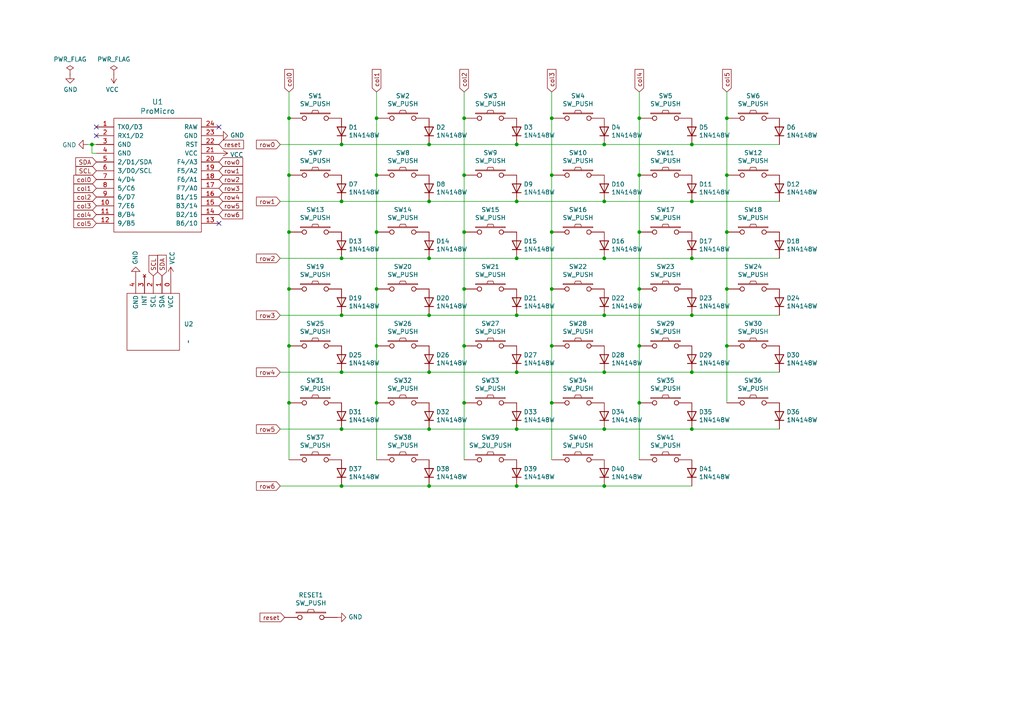
<source format=kicad_sch>
(kicad_sch (version 20230121) (generator eeschema)
  (paper "A4")
  (title_block (title "REVIUNG41") (date "2019-12-18") (rev "1.3"))
  (lib_symbols
    (symbol "Diode:1N4148W" (pin_numbers hide) (pin_names hide)
      (property "Reference" "D" (at 0 2.54 0))
      (property "Value" "1N4148W" (at 0 -2.54 0))
      (symbol "1N4148W_0_1"
        (polyline (pts (xy -1.27 1.27) (xy -1.27 -1.27)) (stroke (width 0.254)))
        (polyline (pts (xy 1.27 0) (xy -1.27 0)))
        (polyline (pts (xy 1.27 1.27) (xy 1.27 -1.27) (xy -1.27 0) (xy 1.27 1.27)) (stroke (width 0.254)))
      )
      (symbol "1N4148W_1_1"
        (pin passive line (at -3.81 0 0) (length 2.54) (name "K") (number "1"))
        (pin passive line (at 3.81 0 180) (length 2.54) (name "A") (number "2"))
      )
    )
    (symbol "pimoroni:PIM447"
      (property "Reference" "U" (at 0 19.05 0))
      (symbol "PIM447_0_1"
        (rectangle (start -13.97 16.51) (end 2.54 1.27))
      )
      (symbol "PIM447_1_1"
        (pin power_in line (at -19.05 13.97 0) (length 5.08) (name "VCC") (number "0"))
        (pin input line (at -19.05 11.43 0) (length 5.08) (name "SDA") (number "1"))
        (pin input line (at -19.05 8.89 0) (length 5.08) (name "SCL") (number "2"))
        (pin no_connect line (at -19.05 6.35 0) (length 5.08) (name "INT") (number "3"))
        (pin power_in line (at -19.05 3.81 0) (length 5.08) (name "GND") (number "4"))
      )
    )
    (symbol "power:GND" (power) (pin_names (offset 0))
      (property "Value" "GND" (at 0 -3.81 0))
      (symbol "GND_0_1"
        (polyline (pts (xy 0 0) (xy 0 -1.27) (xy 1.27 -1.27) (xy 0 -2.54) (xy -1.27 -1.27) (xy 0 -1.27)))
      )
      (symbol "GND_1_1"
        (pin power_in line (at 0 0 270) (length 0) hide (name "GND") (number "1"))
      )
    )
    (symbol "power:PWR_FLAG" (power) (pin_numbers hide) (pin_names (offset 0) hide)
      (property "Value" "PWR_FLAG" (at 0 3.81 0))
      (symbol "PWR_FLAG_0_0"
        (pin power_out line (at 0 0 90) (length 0) (name "pwr") (number "1"))
      )
      (symbol "PWR_FLAG_0_1"
        (polyline (pts (xy 0 0) (xy 0 1.27) (xy -1.016 1.905) (xy 0 2.54) (xy 1.016 1.905) (xy 0 1.27)))
      )
    )
    (symbol "power:VCC" (power) (pin_names (offset 0))
      (property "Value" "VCC" (at 0 3.81 0))
      (symbol "VCC_0_1"
        (polyline (pts (xy -0.762 1.27) (xy 0 2.54)))
        (polyline (pts (xy 0 0) (xy 0 2.54)))
        (polyline (pts (xy 0 2.54) (xy 0.762 1.27)))
      )
      (symbol "VCC_1_1"
        (pin power_in line (at 0 0 90) (length 0) hide (name "VCC") (number "1"))
      )
    )
    (symbol "reviung41-rescue:ProMicro-_reviung-kbd" (pin_names (offset 1.016))
      (property "Reference" "U" (at 0 24.13 0))
      (property "Value" "_reviung-kbd_ProMicro" (at 0 -13.97 0))
      (symbol "ProMicro-_reviung-kbd_0_1"
        (rectangle (start -12.7 21.59) (end 12.7 -11.43))
      )
      (symbol "ProMicro-_reviung-kbd_1_1"
        (pin bidirectional line (at -17.78 19.05 0) (length 5.08) (name "TX0/D3") (number "1"))
        (pin bidirectional line (at -17.78 -3.81 0) (length 5.08) (name "7/E6") (number "10"))
        (pin bidirectional line (at -17.78 -6.35 0) (length 5.08) (name "8/B4") (number "11"))
        (pin bidirectional line (at -17.78 -8.89 0) (length 5.08) (name "9/B5") (number "12"))
        (pin bidirectional line (at 17.78 -8.89 180) (length 5.08) (name "B6/10") (number "13"))
        (pin bidirectional line (at 17.78 -6.35 180) (length 5.08) (name "B2/16") (number "14"))
        (pin bidirectional line (at 17.78 -3.81 180) (length 5.08) (name "B3/14") (number "15"))
        (pin bidirectional line (at 17.78 -1.27 180) (length 5.08) (name "B1/15") (number "16"))
        (pin bidirectional line (at 17.78 1.27 180) (length 5.08) (name "F7/A0") (number "17"))
        (pin bidirectional line (at 17.78 3.81 180) (length 5.08) (name "F6/A1") (number "18"))
        (pin bidirectional line (at 17.78 6.35 180) (length 5.08) (name "F5/A2") (number "19"))
        (pin bidirectional line (at -17.78 16.51 0) (length 5.08) (name "RX1/D2") (number "2"))
        (pin bidirectional line (at 17.78 8.89 180) (length 5.08) (name "F4/A3") (number "20"))
        (pin power_in line (at 17.78 11.43 180) (length 5.08) (name "VCC") (number "21"))
        (pin input line (at 17.78 13.97 180) (length 5.08) (name "RST") (number "22"))
        (pin power_in line (at 17.78 16.51 180) (length 5.08) (name "GND") (number "23"))
        (pin power_out line (at 17.78 19.05 180) (length 5.08) (name "RAW") (number "24"))
        (pin power_in line (at -17.78 13.97 0) (length 5.08) (name "GND") (number "3"))
        (pin power_in line (at -17.78 11.43 0) (length 5.08) (name "GND") (number "4"))
        (pin bidirectional line (at -17.78 8.89 0) (length 5.08) (name "2/D1/SDA") (number "5"))
        (pin bidirectional line (at -17.78 6.35 0) (length 5.08) (name "3/D0/SCL") (number "6"))
        (pin bidirectional line (at -17.78 3.81 0) (length 5.08) (name "4/D4") (number "7"))
        (pin bidirectional line (at -17.78 1.27 0) (length 5.08) (name "5/C6") (number "8"))
        (pin bidirectional line (at -17.78 -1.27 0) (length 5.08) (name "6/D7") (number "9"))
      )
    )
    (symbol "reviung41-rescue:SW_PUSH-_reviung-kbd" (pin_numbers hide) (pin_names (offset 1.016) hide)
      (property "Reference" "SW" (at 3.81 2.794 0))
      (property "Value" "_reviung-kbd_SW_PUSH" (at 0 -2.032 0))
      (symbol "SW_PUSH-_reviung-kbd_0_1"
        (rectangle (start -4.318 1.27) (end 4.318 1.524))
        (polyline (pts (xy -1.016 1.524) (xy -0.762 2.286) (xy 0.762 2.286) (xy 1.016 1.524)))
        (pin passive inverted (at -7.62 0 0) (length 5.08) (name "1") (number "1"))
        (pin passive inverted (at 7.62 0 180) (length 5.08) (name "2") (number "2"))
      )
    )
  )
  (junction (at 185.42 83.82))
  (junction (at 134.62 116.84))
  (junction (at 160.02 50.8))
  (junction (at 83.82 50.8))
  (junction (at 149.86 74.93))
  (junction (at 175.26 91.44))
  (junction (at 175.26 58.42))
  (junction (at 99.06 58.42))
  (junction (at 175.26 41.91))
  (junction (at 83.82 67.31))
  (junction (at 99.06 140.97))
  (junction (at 200.66 74.93))
  (junction (at 134.62 83.82))
  (junction (at 200.66 41.91))
  (junction (at 124.46 41.91))
  (junction (at 134.62 100.33))
  (junction (at 149.86 58.42))
  (junction (at 124.46 74.93))
  (junction (at 200.66 107.95))
  (junction (at 200.66 124.46))
  (junction (at 185.42 50.8))
  (junction (at 124.46 91.44))
  (junction (at 210.82 83.82))
  (junction (at 200.66 58.42))
  (junction (at 175.26 124.46))
  (junction (at 200.66 91.44))
  (junction (at 210.82 67.31))
  (junction (at 149.86 41.91))
  (junction (at 134.62 67.31))
  (junction (at 124.46 124.46))
  (junction (at 149.86 91.44))
  (junction (at 134.62 34.29))
  (junction (at 109.22 83.82))
  (junction (at 185.42 116.84))
  (junction (at 83.82 34.29))
  (junction (at 99.06 124.46))
  (junction (at 175.26 74.93))
  (junction (at 99.06 107.95))
  (junction (at 83.82 100.33))
  (junction (at 99.06 74.93))
  (junction (at 210.82 34.29))
  (junction (at 109.22 34.29))
  (junction (at 149.86 107.95))
  (junction (at 124.46 58.42))
  (junction (at 134.62 50.8))
  (junction (at 109.22 67.31))
  (junction (at 175.26 107.95))
  (junction (at 175.26 140.97))
  (junction (at 109.22 50.8))
  (junction (at 124.46 140.97))
  (junction (at 99.06 91.44))
  (junction (at 160.02 67.31))
  (junction (at 109.22 100.33))
  (junction (at 185.42 34.29))
  (junction (at 26.67 41.91))
  (junction (at 149.86 124.46))
  (junction (at 185.42 67.31))
  (junction (at 149.86 140.97))
  (junction (at 160.02 100.33))
  (junction (at 99.06 41.91))
  (junction (at 109.22 116.84))
  (junction (at 185.42 100.33))
  (junction (at 83.82 116.84))
  (junction (at 210.82 50.8))
  (junction (at 160.02 116.84))
  (junction (at 160.02 34.29))
  (junction (at 124.46 107.95))
  (junction (at 160.02 83.82))
  (junction (at 210.82 100.33))
  (junction (at 83.82 83.82))
  (no_connect (at 63.5 36.83))
  (no_connect (at 27.94 39.37))
  (no_connect (at 27.94 36.83))
  (no_connect (at 63.5 64.77))
  (wire (pts (xy 210.82 83.82) (xy 210.82 100.33)))
  (wire (pts (xy 83.82 67.31) (xy 83.82 83.82)))
  (wire (pts (xy 134.62 50.8) (xy 134.62 67.31)))
  (wire (pts (xy 124.46 74.93) (xy 149.86 74.93)))
  (wire (pts (xy 83.82 100.33) (xy 83.82 116.84)))
  (wire (pts (xy 27.94 41.91) (xy 26.67 41.91)))
  (wire (pts (xy 185.42 26.67) (xy 185.42 34.29)))
  (wire (pts (xy 134.62 116.84) (xy 134.62 133.35)))
  (wire (pts (xy 200.66 107.95) (xy 226.06 107.95)))
  (wire (pts (xy 109.22 83.82) (xy 109.22 100.33)))
  (wire (pts (xy 175.26 107.95) (xy 200.66 107.95)))
  (wire (pts (xy 210.82 67.31) (xy 210.82 83.82)))
  (wire (pts (xy 200.66 74.93) (xy 226.06 74.93)))
  (wire (pts (xy 99.06 58.42) (xy 124.46 58.42)))
  (wire (pts (xy 149.86 74.93) (xy 175.26 74.93)))
  (wire (pts (xy 175.26 140.97) (xy 200.66 140.97)))
  (wire (pts (xy 81.28 140.97) (xy 99.06 140.97)))
  (wire (pts (xy 200.66 41.91) (xy 226.06 41.91)))
  (wire (pts (xy 149.86 58.42) (xy 175.26 58.42)))
  (wire (pts (xy 109.22 26.67) (xy 109.22 34.29)))
  (wire (pts (xy 210.82 116.84) (xy 210.82 100.33)))
  (wire (pts (xy 109.22 100.33) (xy 109.22 116.84)))
  (wire (pts (xy 160.02 26.67) (xy 160.02 34.29)))
  (wire (pts (xy 210.82 26.67) (xy 210.82 34.29)))
  (wire (pts (xy 99.06 91.44) (xy 124.46 91.44)))
  (wire (pts (xy 134.62 34.29) (xy 134.62 50.8)))
  (wire (pts (xy 175.26 124.46) (xy 200.66 124.46)))
  (wire (pts (xy 200.66 58.42) (xy 226.06 58.42)))
  (wire (pts (xy 160.02 83.82) (xy 160.02 100.33)))
  (wire (pts (xy 134.62 67.31) (xy 134.62 83.82)))
  (wire (pts (xy 149.86 107.95) (xy 175.26 107.95)))
  (wire (pts (xy 200.66 91.44) (xy 226.06 91.44)))
  (wire (pts (xy 26.67 44.45) (xy 26.67 41.91)))
  (wire (pts (xy 99.06 107.95) (xy 124.46 107.95)))
  (wire (pts (xy 109.22 50.8) (xy 109.22 67.31)))
  (wire (pts (xy 149.86 140.97) (xy 175.26 140.97)))
  (wire (pts (xy 81.28 58.42) (xy 99.06 58.42)))
  (wire (pts (xy 99.06 140.97) (xy 124.46 140.97)))
  (wire (pts (xy 200.66 124.46) (xy 226.06 124.46)))
  (wire (pts (xy 26.67 41.91) (xy 25.4 41.91)))
  (wire (pts (xy 175.26 74.93) (xy 200.66 74.93)))
  (wire (pts (xy 149.86 91.44) (xy 175.26 91.44)))
  (wire (pts (xy 149.86 124.46) (xy 175.26 124.46)))
  (wire (pts (xy 83.82 34.29) (xy 83.82 50.8)))
  (wire (pts (xy 124.46 140.97) (xy 149.86 140.97)))
  (wire (pts (xy 210.82 50.8) (xy 210.82 67.31)))
  (wire (pts (xy 109.22 116.84) (xy 109.22 133.35)))
  (wire (pts (xy 81.28 107.95) (xy 99.06 107.95)))
  (wire (pts (xy 160.02 67.31) (xy 160.02 83.82)))
  (wire (pts (xy 27.94 44.45) (xy 26.67 44.45)))
  (wire (pts (xy 175.26 91.44) (xy 200.66 91.44)))
  (wire (pts (xy 81.28 41.91) (xy 99.06 41.91)))
  (wire (pts (xy 83.82 50.8) (xy 83.82 67.31)))
  (wire (pts (xy 185.42 34.29) (xy 185.42 50.8)))
  (wire (pts (xy 81.28 124.46) (xy 99.06 124.46)))
  (wire (pts (xy 81.28 74.93) (xy 99.06 74.93)))
  (wire (pts (xy 124.46 124.46) (xy 149.86 124.46)))
  (wire (pts (xy 160.02 100.33) (xy 160.02 116.84)))
  (wire (pts (xy 83.82 83.82) (xy 83.82 100.33)))
  (wire (pts (xy 160.02 50.8) (xy 160.02 67.31)))
  (wire (pts (xy 160.02 34.29) (xy 160.02 50.8)))
  (wire (pts (xy 134.62 83.82) (xy 134.62 100.33)))
  (wire (pts (xy 124.46 107.95) (xy 149.86 107.95)))
  (wire (pts (xy 185.42 50.8) (xy 185.42 67.31)))
  (wire (pts (xy 83.82 116.84) (xy 83.82 133.35)))
  (wire (pts (xy 124.46 41.91) (xy 149.86 41.91)))
  (wire (pts (xy 99.06 41.91) (xy 124.46 41.91)))
  (wire (pts (xy 134.62 100.33) (xy 134.62 116.84)))
  (wire (pts (xy 99.06 74.93) (xy 124.46 74.93)))
  (wire (pts (xy 175.26 41.91) (xy 200.66 41.91)))
  (wire (pts (xy 99.06 124.46) (xy 124.46 124.46)))
  (wire (pts (xy 134.62 26.67) (xy 134.62 34.29)))
  (wire (pts (xy 124.46 91.44) (xy 149.86 91.44)))
  (wire (pts (xy 109.22 34.29) (xy 109.22 50.8)))
  (wire (pts (xy 185.42 67.31) (xy 185.42 83.82)))
  (wire (pts (xy 109.22 67.31) (xy 109.22 83.82)))
  (wire (pts (xy 175.26 58.42) (xy 200.66 58.42)))
  (wire (pts (xy 185.42 83.82) (xy 185.42 100.33)))
  (wire (pts (xy 185.42 116.84) (xy 185.42 133.35)))
  (wire (pts (xy 160.02 116.84) (xy 160.02 133.35)))
  (wire (pts (xy 210.82 34.29) (xy 210.82 50.8)))
  (wire (pts (xy 185.42 100.33) (xy 185.42 116.84)))
  (wire (pts (xy 81.28 91.44) (xy 99.06 91.44)))
  (wire (pts (xy 83.82 26.67) (xy 83.82 34.29)))
  (wire (pts (xy 124.46 58.42) (xy 149.86 58.42)))
  (wire (pts (xy 149.86 41.91) (xy 175.26 41.91)))
  (global_label "col0" (shape input) (at 27.94 52.07 180) (property "Intersheetrefs" "${INTERSHEET_REFS}" (effects hide)))
  (global_label "SCL" (shape input) (at 44.45 80.01 90) (property "Intersheetrefs" "${INTERSHEET_REFS}" (effects hide)))
  (global_label "col3" (shape input) (at 160.02 26.67 90) (property "Intersheetrefs" "${INTERSHEET_REFS}" (effects hide)))
  (global_label "row4" (shape input) (at 63.5 57.15 0) (property "Intersheetrefs" "${INTERSHEET_REFS}" (effects hide)))
  (global_label "reset" (shape input) (at 82.55 179.07 180) (property "Intersheetrefs" "${INTERSHEET_REFS}" (effects hide)))
  (global_label "row2" (shape input) (at 81.28 74.93 180) (property "Intersheetrefs" "${INTERSHEET_REFS}" (effects hide)))
  (global_label "row5" (shape input) (at 81.28 124.46 180) (property "Intersheetrefs" "${INTERSHEET_REFS}" (effects hide)))
  (global_label "col1" (shape input) (at 27.94 54.61 180) (property "Intersheetrefs" "${INTERSHEET_REFS}" (effects hide)))
  (global_label "col1" (shape input) (at 109.22 26.67 90) (property "Intersheetrefs" "${INTERSHEET_REFS}" (effects hide)))
  (global_label "row3" (shape input) (at 63.5 54.61 0) (property "Intersheetrefs" "${INTERSHEET_REFS}" (effects hide)))
  (global_label "col5" (shape input) (at 210.82 26.67 90) (property "Intersheetrefs" "${INTERSHEET_REFS}" (effects hide)))
  (global_label "SDA" (shape input) (at 46.99 80.01 90) (property "Intersheetrefs" "${INTERSHEET_REFS}" (effects hide)))
  (global_label "row0" (shape input) (at 81.28 41.91 180) (property "Intersheetrefs" "${INTERSHEET_REFS}" (effects hide)))
  (global_label "row6" (shape input) (at 81.28 140.97 180) (property "Intersheetrefs" "${INTERSHEET_REFS}" (effects hide)))
  (global_label "row5" (shape input) (at 63.5 59.69 0) (property "Intersheetrefs" "${INTERSHEET_REFS}" (effects hide)))
  (global_label "col2" (shape input) (at 27.94 57.15 180) (property "Intersheetrefs" "${INTERSHEET_REFS}" (effects hide)))
  (global_label "SDA" (shape input) (at 27.94 46.99 180) (property "Intersheetrefs" "${INTERSHEET_REFS}" (effects hide)))
  (global_label "col0" (shape input) (at 83.82 26.67 90) (property "Intersheetrefs" "${INTERSHEET_REFS}" (effects hide)))
  (global_label "SCL" (shape input) (at 27.94 49.53 180) (property "Intersheetrefs" "${INTERSHEET_REFS}" (effects hide)))
  (global_label "row0" (shape input) (at 63.5 46.99 0) (property "Intersheetrefs" "${INTERSHEET_REFS}" (effects hide)))
  (global_label "col4" (shape input) (at 185.42 26.67 90) (property "Intersheetrefs" "${INTERSHEET_REFS}" (effects hide)))
  (global_label "reset" (shape input) (at 63.5 41.91 0) (property "Intersheetrefs" "${INTERSHEET_REFS}" (effects hide)))
  (global_label "col5" (shape input) (at 27.94 64.77 180) (property "Intersheetrefs" "${INTERSHEET_REFS}" (effects hide)))
  (global_label "row3" (shape input) (at 81.28 91.44 180) (property "Intersheetrefs" "${INTERSHEET_REFS}" (effects hide)))
  (global_label "row1" (shape input) (at 63.5 49.53 0) (property "Intersheetrefs" "${INTERSHEET_REFS}" (effects hide)))
  (global_label "row1" (shape input) (at 81.28 58.42 180) (property "Intersheetrefs" "${INTERSHEET_REFS}" (effects hide)))
  (global_label "col2" (shape input) (at 134.62 26.67 90) (property "Intersheetrefs" "${INTERSHEET_REFS}" (effects hide)))
  (global_label "row4" (shape input) (at 81.28 107.95 180) (property "Intersheetrefs" "${INTERSHEET_REFS}" (effects hide)))
  (global_label "col3" (shape input) (at 27.94 59.69 180) (property "Intersheetrefs" "${INTERSHEET_REFS}" (effects hide)))
  (global_label "row2" (shape input) (at 63.5 52.07 0) (property "Intersheetrefs" "${INTERSHEET_REFS}" (effects hide)))
  (global_label "col4" (shape input) (at 27.94 62.23 180) (property "Intersheetrefs" "${INTERSHEET_REFS}" (effects hide)))
  (global_label "row6" (shape input) (at 63.5 62.23 0) (property "Intersheetrefs" "${INTERSHEET_REFS}" (effects hide)))
  (symbol (lib_id "power:PWR_FLAG") (at 20.32 21.59 0) (unit 1)
    (property "Reference" "#FLG01" (effects hide))
    (property "Value" "PWR_FLAG" (at 20.32 17.1958 0))
  )
  (symbol (lib_id "power:GND") (at 20.32 21.59 0) (unit 1)
    (property "Reference" "#PWR01" (effects hide))
    (property "Value" "GND" (at 20.447 25.9842 0))
  )
  (symbol (lib_id "power:PWR_FLAG") (at 33.02 21.59 0) (unit 1)
    (property "Reference" "#FLG02" (effects hide))
    (property "Value" "PWR_FLAG" (at 33.02 17.1958 0))
  )
  (symbol (lib_id "power:VCC") (at 33.02 21.59 180) (unit 1)
    (property "Reference" "#PWR02" (effects hide))
    (property "Value" "VCC" (at 32.5628 25.9842 0))
  )
  (symbol (lib_id "reviung41-rescue:ProMicro-_reviung-kbd") (at 45.72 55.88 0) (unit 1)
    (property "Reference" "U1" (at 45.72 29.5402 0) (effects (font (size 1.524 1.524))))
    (property "Value" "ProMicro" (at 45.72 32.2326 0) (effects (font (size 1.524 1.524))))
    (property "Footprint" "kbd:ProMicro_v3" (effects hide))
  )
  (symbol (lib_id "power:GND") (at 63.5 39.37 90) (unit 1)
    (property "Reference" "#PWR03" (effects hide))
    (property "Value" "GND" (at 66.7512 39.243 90) (effects (justify right)))
  )
  (symbol (lib_id "power:VCC") (at 63.5 44.45 270) (unit 1)
    (property "Reference" "#PWR05" (effects hide))
    (property "Value" "VCC" (at 66.7512 44.8818 90) (effects (justify left)))
  )
  (symbol (lib_id "power:GND") (at 25.4 41.91 270) (unit 1)
    (property "Reference" "#PWR04" (effects hide))
    (property "Value" "GND" (at 22.1488 42.037 90) (effects (justify right)))
  )
  (symbol (lib_id "reviung41-rescue:SW_PUSH-_reviung-kbd") (at 91.44 34.29 0) (unit 1)
    (property "Reference" "SW1" (at 91.44 27.813 0))
    (property "Value" "SW_PUSH" (at 91.44 30.1244 0))
    (property "Footprint" "keyswitches:Kailh_socket_PG1350_optional_oval_1" (effects hide))
  )
  (symbol (lib_id "Diode:1N4148W") (at 99.06 38.1 90) (unit 1)
    (property "Reference" "D1" (at 101.092 36.9316 90) (effects (justify right)))
    (property "Value" "1N4148W" (at 101.092 39.243 90) (effects (justify right)))
    (property "Footprint" "kbd:D3_SMD_v2" (effects hide))
    (property "Datasheet" "https://www.vishay.com/docs/85748/1n4148w.pdf" (effects hide))
  )
  (symbol (lib_id "reviung41-rescue:SW_PUSH-_reviung-kbd") (at 116.84 34.29 0) (unit 1)
    (property "Reference" "SW2" (at 116.84 27.813 0))
    (property "Value" "SW_PUSH" (at 116.84 30.1244 0))
    (property "Footprint" "keyswitches:Kailh_socket_PG1350_optional_oval_1" (effects hide))
  )
  (symbol (lib_id "Diode:1N4148W") (at 124.46 38.1 90) (unit 1)
    (property "Reference" "D2" (at 126.492 36.9316 90) (effects (justify right)))
    (property "Value" "1N4148W" (at 126.492 39.243 90) (effects (justify right)))
    (property "Footprint" "kbd:D3_SMD_v2" (effects hide))
    (property "Datasheet" "https://www.vishay.com/docs/85748/1n4148w.pdf" (effects hide))
  )
  (symbol (lib_id "reviung41-rescue:SW_PUSH-_reviung-kbd") (at 142.24 34.29 0) (unit 1)
    (property "Reference" "SW3" (at 142.24 27.813 0))
    (property "Value" "SW_PUSH" (at 142.24 30.1244 0))
    (property "Footprint" "keyswitches:Kailh_socket_PG1350_optional_oval_1" (effects hide))
  )
  (symbol (lib_id "Diode:1N4148W") (at 149.86 38.1 90) (unit 1)
    (property "Reference" "D3" (at 151.892 36.9316 90) (effects (justify right)))
    (property "Value" "1N4148W" (at 151.892 39.243 90) (effects (justify right)))
    (property "Footprint" "kbd:D3_SMD_v2" (effects hide))
    (property "Datasheet" "https://www.vishay.com/docs/85748/1n4148w.pdf" (effects hide))
  )
  (symbol (lib_id "reviung41-rescue:SW_PUSH-_reviung-kbd") (at 167.64 34.29 0) (unit 1)
    (property "Reference" "SW4" (at 167.64 27.813 0))
    (property "Value" "SW_PUSH" (at 167.64 30.1244 0))
    (property "Footprint" "keyswitches:Kailh_socket_PG1350_optional_oval_1" (effects hide))
  )
  (symbol (lib_id "Diode:1N4148W") (at 175.26 38.1 90) (unit 1)
    (property "Reference" "D4" (at 177.292 36.9316 90) (effects (justify right)))
    (property "Value" "1N4148W" (at 177.292 39.243 90) (effects (justify right)))
    (property "Footprint" "kbd:D3_SMD_v2" (effects hide))
    (property "Datasheet" "https://www.vishay.com/docs/85748/1n4148w.pdf" (effects hide))
  )
  (symbol (lib_id "reviung41-rescue:SW_PUSH-_reviung-kbd") (at 193.04 34.29 0) (unit 1)
    (property "Reference" "SW5" (at 193.04 27.813 0))
    (property "Value" "SW_PUSH" (at 193.04 30.1244 0))
    (property "Footprint" "keyswitches:Kailh_socket_PG1350_optional_oval_1" (effects hide))
  )
  (symbol (lib_id "Diode:1N4148W") (at 200.66 38.1 90) (unit 1)
    (property "Reference" "D5" (at 202.692 36.9316 90) (effects (justify right)))
    (property "Value" "1N4148W" (at 202.692 39.243 90) (effects (justify right)))
    (property "Footprint" "kbd:D3_SMD_v2" (effects hide))
    (property "Datasheet" "https://www.vishay.com/docs/85748/1n4148w.pdf" (effects hide))
  )
  (symbol (lib_id "reviung41-rescue:SW_PUSH-_reviung-kbd") (at 218.44 34.29 0) (unit 1)
    (property "Reference" "SW6" (at 218.44 27.813 0))
    (property "Value" "SW_PUSH" (at 218.44 30.1244 0))
    (property "Footprint" "keyswitches:Kailh_socket_PG1350_optional_oval_1" (effects hide))
  )
  (symbol (lib_id "Diode:1N4148W") (at 226.06 38.1 90) (unit 1)
    (property "Reference" "D6" (at 228.092 36.9316 90) (effects (justify right)))
    (property "Value" "1N4148W" (at 228.092 39.243 90) (effects (justify right)))
    (property "Footprint" "kbd:D3_SMD_v2" (effects hide))
    (property "Datasheet" "https://www.vishay.com/docs/85748/1n4148w.pdf" (effects hide))
  )
  (symbol (lib_id "Diode:1N4148W") (at 175.26 54.61 90) (unit 1)
    (property "Reference" "D10" (at 177.292 53.4416 90) (effects (justify right)))
    (property "Value" "1N4148W" (at 177.292 55.753 90) (effects (justify right)))
    (property "Footprint" "kbd:D3_SMD_v2" (effects hide))
    (property "Datasheet" "https://www.vishay.com/docs/85748/1n4148w.pdf" (effects hide))
  )
  (symbol (lib_id "reviung41-rescue:SW_PUSH-_reviung-kbd") (at 167.64 50.8 0) (unit 1)
    (property "Reference" "SW10" (at 167.64 44.323 0))
    (property "Value" "SW_PUSH" (at 167.64 46.6344 0))
    (property "Footprint" "keyswitches:Kailh_socket_PG1350_optional_oval_1" (effects hide))
  )
  (symbol (lib_id "Diode:1N4148W") (at 149.86 54.61 90) (unit 1)
    (property "Reference" "D9" (at 151.892 53.4416 90) (effects (justify right)))
    (property "Value" "1N4148W" (at 151.892 55.753 90) (effects (justify right)))
    (property "Footprint" "kbd:D3_SMD_v2" (effects hide))
    (property "Datasheet" "https://www.vishay.com/docs/85748/1n4148w.pdf" (effects hide))
  )
  (symbol (lib_id "reviung41-rescue:SW_PUSH-_reviung-kbd") (at 142.24 50.8 0) (unit 1)
    (property "Reference" "SW9" (at 142.24 44.323 0))
    (property "Value" "SW_PUSH" (at 142.24 46.6344 0))
    (property "Footprint" "keyswitches:Kailh_socket_PG1350_optional_oval_1" (effects hide))
  )
  (symbol (lib_id "Diode:1N4148W") (at 124.46 54.61 90) (unit 1)
    (property "Reference" "D8" (at 126.492 53.4416 90) (effects (justify right)))
    (property "Value" "1N4148W" (at 126.492 55.753 90) (effects (justify right)))
    (property "Footprint" "kbd:D3_SMD_v2" (effects hide))
    (property "Datasheet" "https://www.vishay.com/docs/85748/1n4148w.pdf" (effects hide))
  )
  (symbol (lib_id "reviung41-rescue:SW_PUSH-_reviung-kbd") (at 116.84 50.8 0) (unit 1)
    (property "Reference" "SW8" (at 116.84 44.323 0))
    (property "Value" "SW_PUSH" (at 116.84 46.6344 0))
    (property "Footprint" "keyswitches:Kailh_socket_PG1350_optional_oval_1" (effects hide))
  )
  (symbol (lib_id "Diode:1N4148W") (at 99.06 54.61 90) (unit 1)
    (property "Reference" "D7" (at 101.092 53.4416 90) (effects (justify right)))
    (property "Value" "1N4148W" (at 101.092 55.753 90) (effects (justify right)))
    (property "Footprint" "kbd:D3_SMD_v2" (effects hide))
    (property "Datasheet" "https://www.vishay.com/docs/85748/1n4148w.pdf" (effects hide))
  )
  (symbol (lib_id "reviung41-rescue:SW_PUSH-_reviung-kbd") (at 91.44 50.8 0) (unit 1)
    (property "Reference" "SW7" (at 91.44 44.323 0))
    (property "Value" "SW_PUSH" (at 91.44 46.6344 0))
    (property "Footprint" "keyswitches:Kailh_socket_PG1350_optional_oval_1" (effects hide))
  )
  (symbol (lib_id "reviung41-rescue:SW_PUSH-_reviung-kbd") (at 193.04 50.8 0) (unit 1)
    (property "Reference" "SW11" (at 193.04 44.323 0))
    (property "Value" "SW_PUSH" (at 193.04 46.6344 0))
    (property "Footprint" "keyswitches:Kailh_socket_PG1350_optional_oval_1" (effects hide))
  )
  (symbol (lib_id "Diode:1N4148W") (at 200.66 54.61 90) (unit 1)
    (property "Reference" "D11" (at 202.692 53.4416 90) (effects (justify right)))
    (property "Value" "1N4148W" (at 202.692 55.753 90) (effects (justify right)))
    (property "Footprint" "kbd:D3_SMD_v2" (effects hide))
    (property "Datasheet" "https://www.vishay.com/docs/85748/1n4148w.pdf" (effects hide))
  )
  (symbol (lib_id "reviung41-rescue:SW_PUSH-_reviung-kbd") (at 218.44 50.8 0) (unit 1)
    (property "Reference" "SW12" (at 218.44 44.323 0))
    (property "Value" "SW_PUSH" (at 218.44 46.6344 0))
    (property "Footprint" "keyswitches:Kailh_socket_PG1350_optional_oval_1" (effects hide))
  )
  (symbol (lib_id "Diode:1N4148W") (at 226.06 54.61 90) (unit 1)
    (property "Reference" "D12" (at 228.092 53.4416 90) (effects (justify right)))
    (property "Value" "1N4148W" (at 228.092 55.753 90) (effects (justify right)))
    (property "Footprint" "kbd:D3_SMD_v2" (effects hide))
    (property "Datasheet" "https://www.vishay.com/docs/85748/1n4148w.pdf" (effects hide))
  )
  (symbol (lib_id "Diode:1N4148W") (at 175.26 71.12 90) (unit 1)
    (property "Reference" "D16" (at 177.292 69.9516 90) (effects (justify right)))
    (property "Value" "1N4148W" (at 177.292 72.263 90) (effects (justify right)))
    (property "Footprint" "kbd:D3_SMD_v2" (effects hide))
    (property "Datasheet" "https://www.vishay.com/docs/85748/1n4148w.pdf" (effects hide))
  )
  (symbol (lib_id "reviung41-rescue:SW_PUSH-_reviung-kbd") (at 167.64 67.31 0) (unit 1)
    (property "Reference" "SW16" (at 167.64 60.833 0))
    (property "Value" "SW_PUSH" (at 167.64 63.1444 0))
    (property "Footprint" "keyswitches:Kailh_socket_PG1350_optional_oval_1" (effects hide))
  )
  (symbol (lib_id "Diode:1N4148W") (at 149.86 71.12 90) (unit 1)
    (property "Reference" "D15" (at 151.892 69.9516 90) (effects (justify right)))
    (property "Value" "1N4148W" (at 151.892 72.263 90) (effects (justify right)))
    (property "Footprint" "kbd:D3_SMD_v2" (effects hide))
    (property "Datasheet" "https://www.vishay.com/docs/85748/1n4148w.pdf" (effects hide))
  )
  (symbol (lib_id "reviung41-rescue:SW_PUSH-_reviung-kbd") (at 142.24 67.31 0) (unit 1)
    (property "Reference" "SW15" (at 142.24 60.833 0))
    (property "Value" "SW_PUSH" (at 142.24 63.1444 0))
    (property "Footprint" "keyswitches:Kailh_socket_PG1350_optional_oval_1" (effects hide))
  )
  (symbol (lib_id "Diode:1N4148W") (at 124.46 71.12 90) (unit 1)
    (property "Reference" "D14" (at 126.492 69.9516 90) (effects (justify right)))
    (property "Value" "1N4148W" (at 126.492 72.263 90) (effects (justify right)))
    (property "Footprint" "kbd:D3_SMD_v2" (effects hide))
    (property "Datasheet" "https://www.vishay.com/docs/85748/1n4148w.pdf" (effects hide))
  )
  (symbol (lib_id "reviung41-rescue:SW_PUSH-_reviung-kbd") (at 116.84 67.31 0) (unit 1)
    (property "Reference" "SW14" (at 116.84 60.833 0))
    (property "Value" "SW_PUSH" (at 116.84 63.1444 0))
    (property "Footprint" "keyswitches:Kailh_socket_PG1350_optional_oval_1" (effects hide))
  )
  (symbol (lib_id "Diode:1N4148W") (at 99.06 71.12 90) (unit 1)
    (property "Reference" "D13" (at 101.092 69.9516 90) (effects (justify right)))
    (property "Value" "1N4148W" (at 101.092 72.263 90) (effects (justify right)))
    (property "Footprint" "kbd:D3_SMD_v2" (effects hide))
    (property "Datasheet" "https://www.vishay.com/docs/85748/1n4148w.pdf" (effects hide))
  )
  (symbol (lib_id "reviung41-rescue:SW_PUSH-_reviung-kbd") (at 91.44 67.31 0) (unit 1)
    (property "Reference" "SW13" (at 91.44 60.833 0))
    (property "Value" "SW_PUSH" (at 91.44 63.1444 0))
    (property "Footprint" "keyswitches:Kailh_socket_PG1350_optional_oval_1" (effects hide))
  )
  (symbol (lib_id "reviung41-rescue:SW_PUSH-_reviung-kbd") (at 193.04 67.31 0) (unit 1)
    (property "Reference" "SW17" (at 193.04 60.833 0))
    (property "Value" "SW_PUSH" (at 193.04 63.1444 0))
    (property "Footprint" "keyswitches:Kailh_socket_PG1350_optional_oval_1" (effects hide))
  )
  (symbol (lib_id "Diode:1N4148W") (at 200.66 71.12 90) (unit 1)
    (property "Reference" "D17" (at 202.692 69.9516 90) (effects (justify right)))
    (property "Value" "1N4148W" (at 202.692 72.263 90) (effects (justify right)))
    (property "Footprint" "kbd:D3_SMD_v2" (effects hide))
    (property "Datasheet" "https://www.vishay.com/docs/85748/1n4148w.pdf" (effects hide))
  )
  (symbol (lib_id "reviung41-rescue:SW_PUSH-_reviung-kbd") (at 218.44 67.31 0) (unit 1)
    (property "Reference" "SW18" (at 218.44 60.833 0))
    (property "Value" "SW_PUSH" (at 218.44 63.1444 0))
    (property "Footprint" "keyswitches:Kailh_socket_PG1350_optional_oval_1" (effects hide))
  )
  (symbol (lib_id "Diode:1N4148W") (at 226.06 71.12 90) (unit 1)
    (property "Reference" "D18" (at 228.092 69.9516 90) (effects (justify right)))
    (property "Value" "1N4148W" (at 228.092 72.263 90) (effects (justify right)))
    (property "Footprint" "kbd:D3_SMD_v2" (effects hide))
    (property "Datasheet" "https://www.vishay.com/docs/85748/1n4148w.pdf" (effects hide))
  )
  (symbol (lib_id "Diode:1N4148W") (at 175.26 87.63 90) (unit 1)
    (property "Reference" "D22" (at 177.292 86.4616 90) (effects (justify right)))
    (property "Value" "1N4148W" (at 177.292 88.773 90) (effects (justify right)))
    (property "Footprint" "kbd:D3_SMD_v2" (effects hide))
    (property "Datasheet" "https://www.vishay.com/docs/85748/1n4148w.pdf" (effects hide))
  )
  (symbol (lib_id "reviung41-rescue:SW_PUSH-_reviung-kbd") (at 167.64 83.82 0) (unit 1)
    (property "Reference" "SW22" (at 167.64 77.343 0))
    (property "Value" "SW_PUSH" (at 167.64 79.6544 0))
    (property "Footprint" "keyswitches:Kailh_socket_PG1350_optional_oval_1" (effects hide))
  )
  (symbol (lib_id "Diode:1N4148W") (at 149.86 87.63 90) (unit 1)
    (property "Reference" "D21" (at 151.892 86.4616 90) (effects (justify right)))
    (property "Value" "1N4148W" (at 151.892 88.773 90) (effects (justify right)))
    (property "Footprint" "kbd:D3_SMD_v2" (effects hide))
    (property "Datasheet" "https://www.vishay.com/docs/85748/1n4148w.pdf" (effects hide))
  )
  (symbol (lib_id "reviung41-rescue:SW_PUSH-_reviung-kbd") (at 142.24 83.82 0) (unit 1)
    (property "Reference" "SW21" (at 142.24 77.343 0))
    (property "Value" "SW_PUSH" (at 142.24 79.6544 0))
    (property "Footprint" "keyswitches:Kailh_socket_PG1350_optional_oval_1" (effects hide))
  )
  (symbol (lib_id "Diode:1N4148W") (at 124.46 87.63 90) (unit 1)
    (property "Reference" "D20" (at 126.492 86.4616 90) (effects (justify right)))
    (property "Value" "1N4148W" (at 126.492 88.773 90) (effects (justify right)))
    (property "Footprint" "kbd:D3_SMD_v2" (effects hide))
    (property "Datasheet" "https://www.vishay.com/docs/85748/1n4148w.pdf" (effects hide))
  )
  (symbol (lib_id "reviung41-rescue:SW_PUSH-_reviung-kbd") (at 116.84 83.82 0) (unit 1)
    (property "Reference" "SW20" (at 116.84 77.343 0))
    (property "Value" "SW_PUSH" (at 116.84 79.6544 0))
    (property "Footprint" "keyswitches:Kailh_socket_PG1350_optional_oval_1" (effects hide))
  )
  (symbol (lib_id "Diode:1N4148W") (at 99.06 87.63 90) (unit 1)
    (property "Reference" "D19" (at 101.092 86.4616 90) (effects (justify right)))
    (property "Value" "1N4148W" (at 101.092 88.773 90) (effects (justify right)))
    (property "Footprint" "kbd:D3_SMD_v2" (effects hide))
    (property "Datasheet" "https://www.vishay.com/docs/85748/1n4148w.pdf" (effects hide))
  )
  (symbol (lib_id "reviung41-rescue:SW_PUSH-_reviung-kbd") (at 91.44 83.82 0) (unit 1)
    (property "Reference" "SW19" (at 91.44 77.343 0))
    (property "Value" "SW_PUSH" (at 91.44 79.6544 0))
    (property "Footprint" "keyswitches:Kailh_socket_PG1350_optional_oval_1" (effects hide))
  )
  (symbol (lib_id "reviung41-rescue:SW_PUSH-_reviung-kbd") (at 193.04 83.82 0) (unit 1)
    (property "Reference" "SW23" (at 193.04 77.343 0))
    (property "Value" "SW_PUSH" (at 193.04 79.6544 0))
    (property "Footprint" "keyswitches:Kailh_socket_PG1350_optional_oval_1" (effects hide))
  )
  (symbol (lib_id "Diode:1N4148W") (at 200.66 87.63 90) (unit 1)
    (property "Reference" "D23" (at 202.692 86.4616 90) (effects (justify right)))
    (property "Value" "1N4148W" (at 202.692 88.773 90) (effects (justify right)))
    (property "Footprint" "kbd:D3_SMD_v2" (effects hide))
    (property "Datasheet" "https://www.vishay.com/docs/85748/1n4148w.pdf" (effects hide))
  )
  (symbol (lib_id "reviung41-rescue:SW_PUSH-_reviung-kbd") (at 218.44 83.82 0) (unit 1)
    (property "Reference" "SW24" (at 218.44 77.343 0))
    (property "Value" "SW_PUSH" (at 218.44 79.6544 0))
    (property "Footprint" "keyswitches:Kailh_socket_PG1350_optional_oval_1" (effects hide))
  )
  (symbol (lib_id "Diode:1N4148W") (at 226.06 87.63 90) (unit 1)
    (property "Reference" "D24" (at 228.092 86.4616 90) (effects (justify right)))
    (property "Value" "1N4148W" (at 228.092 88.773 90) (effects (justify right)))
    (property "Footprint" "kbd:D3_SMD_v2" (effects hide))
    (property "Datasheet" "https://www.vishay.com/docs/85748/1n4148w.pdf" (effects hide))
  )
  (symbol (lib_id "Diode:1N4148W") (at 175.26 104.14 90) (unit 1)
    (property "Reference" "D28" (at 177.292 102.9716 90) (effects (justify right)))
    (property "Value" "1N4148W" (at 177.292 105.283 90) (effects (justify right)))
    (property "Footprint" "kbd:D3_SMD_v2" (effects hide))
    (property "Datasheet" "https://www.vishay.com/docs/85748/1n4148w.pdf" (effects hide))
  )
  (symbol (lib_id "reviung41-rescue:SW_PUSH-_reviung-kbd") (at 167.64 100.33 0) (unit 1)
    (property "Reference" "SW28" (at 167.64 93.853 0))
    (property "Value" "SW_PUSH" (at 167.64 96.1644 0))
    (property "Footprint" "keyswitches:Kailh_socket_PG1350_optional_oval_1" (effects hide))
  )
  (symbol (lib_id "Diode:1N4148W") (at 149.86 104.14 90) (unit 1)
    (property "Reference" "D27" (at 151.892 102.9716 90) (effects (justify right)))
    (property "Value" "1N4148W" (at 151.892 105.283 90) (effects (justify right)))
    (property "Footprint" "kbd:D3_SMD_v2" (effects hide))
    (property "Datasheet" "https://www.vishay.com/docs/85748/1n4148w.pdf" (effects hide))
  )
  (symbol (lib_id "reviung41-rescue:SW_PUSH-_reviung-kbd") (at 142.24 100.33 0) (unit 1)
    (property "Reference" "SW27" (at 142.24 93.853 0))
    (property "Value" "SW_PUSH" (at 142.24 96.1644 0))
    (property "Footprint" "keyswitches:Kailh_socket_PG1350_optional_oval_1" (effects hide))
  )
  (symbol (lib_id "Diode:1N4148W") (at 124.46 104.14 90) (unit 1)
    (property "Reference" "D26" (at 126.492 102.9716 90) (effects (justify right)))
    (property "Value" "1N4148W" (at 126.492 105.283 90) (effects (justify right)))
    (property "Footprint" "kbd:D3_SMD_v2" (effects hide))
    (property "Datasheet" "https://www.vishay.com/docs/85748/1n4148w.pdf" (effects hide))
  )
  (symbol (lib_id "reviung41-rescue:SW_PUSH-_reviung-kbd") (at 116.84 100.33 0) (unit 1)
    (property "Reference" "SW26" (at 116.84 93.853 0))
    (property "Value" "SW_PUSH" (at 116.84 96.1644 0))
    (property "Footprint" "keyswitches:Kailh_socket_PG1350_optional_oval_1" (effects hide))
  )
  (symbol (lib_id "Diode:1N4148W") (at 99.06 104.14 90) (unit 1)
    (property "Reference" "D25" (at 101.092 102.9716 90) (effects (justify right)))
    (property "Value" "1N4148W" (at 101.092 105.283 90) (effects (justify right)))
    (property "Footprint" "kbd:D3_SMD_v2" (effects hide))
    (property "Datasheet" "https://www.vishay.com/docs/85748/1n4148w.pdf" (effects hide))
  )
  (symbol (lib_id "reviung41-rescue:SW_PUSH-_reviung-kbd") (at 91.44 100.33 0) (unit 1)
    (property "Reference" "SW25" (at 91.44 93.853 0))
    (property "Value" "SW_PUSH" (at 91.44 96.1644 0))
    (property "Footprint" "keyswitches:Kailh_socket_PG1350_optional_oval_1" (effects hide))
  )
  (symbol (lib_id "reviung41-rescue:SW_PUSH-_reviung-kbd") (at 193.04 100.33 0) (unit 1)
    (property "Reference" "SW29" (at 193.04 93.853 0))
    (property "Value" "SW_PUSH" (at 193.04 96.1644 0))
    (property "Footprint" "keyswitches:Kailh_socket_PG1350_optional_oval_1" (effects hide))
  )
  (symbol (lib_id "Diode:1N4148W") (at 200.66 104.14 90) (unit 1)
    (property "Reference" "D29" (at 202.692 102.9716 90) (effects (justify right)))
    (property "Value" "1N4148W" (at 202.692 105.283 90) (effects (justify right)))
    (property "Footprint" "kbd:D3_SMD_v2" (effects hide))
    (property "Datasheet" "https://www.vishay.com/docs/85748/1n4148w.pdf" (effects hide))
  )
  (symbol (lib_id "reviung41-rescue:SW_PUSH-_reviung-kbd") (at 218.44 100.33 0) (unit 1)
    (property "Reference" "SW30" (at 218.44 93.853 0))
    (property "Value" "SW_PUSH" (at 218.44 96.1644 0))
    (property "Footprint" "keyswitches:Kailh_socket_PG1350_optional_oval_1" (effects hide))
  )
  (symbol (lib_id "Diode:1N4148W") (at 226.06 104.14 90) (unit 1)
    (property "Reference" "D30" (at 228.092 102.9716 90) (effects (justify right)))
    (property "Value" "1N4148W" (at 228.092 105.283 90) (effects (justify right)))
    (property "Footprint" "kbd:D3_SMD_v2" (effects hide))
    (property "Datasheet" "https://www.vishay.com/docs/85748/1n4148w.pdf" (effects hide))
  )
  (symbol (lib_id "Diode:1N4148W") (at 175.26 120.65 90) (unit 1)
    (property "Reference" "D34" (at 177.292 119.4816 90) (effects (justify right)))
    (property "Value" "1N4148W" (at 177.292 121.793 90) (effects (justify right)))
    (property "Footprint" "kbd:D3_SMD_v2" (effects hide))
    (property "Datasheet" "https://www.vishay.com/docs/85748/1n4148w.pdf" (effects hide))
  )
  (symbol (lib_id "reviung41-rescue:SW_PUSH-_reviung-kbd") (at 167.64 116.84 0) (unit 1)
    (property "Reference" "SW34" (at 167.64 110.363 0))
    (property "Value" "SW_PUSH" (at 167.64 112.6744 0))
    (property "Footprint" "keyswitches:Kailh_socket_PG1350_optional_oval_1" (effects hide))
  )
  (symbol (lib_id "Diode:1N4148W") (at 149.86 120.65 90) (unit 1)
    (property "Reference" "D33" (at 151.892 119.4816 90) (effects (justify right)))
    (property "Value" "1N4148W" (at 151.892 121.793 90) (effects (justify right)))
    (property "Footprint" "kbd:D3_SMD_v2" (effects hide))
    (property "Datasheet" "https://www.vishay.com/docs/85748/1n4148w.pdf" (effects hide))
  )
  (symbol (lib_id "reviung41-rescue:SW_PUSH-_reviung-kbd") (at 142.24 116.84 0) (unit 1)
    (property "Reference" "SW33" (at 142.24 110.363 0))
    (property "Value" "SW_PUSH" (at 142.24 112.6744 0))
    (property "Footprint" "keyswitches:Kailh_socket_PG1350_optional_oval_1" (effects hide))
  )
  (symbol (lib_id "Diode:1N4148W") (at 124.46 120.65 90) (unit 1)
    (property "Reference" "D32" (at 126.492 119.4816 90) (effects (justify right)))
    (property "Value" "1N4148W" (at 126.492 121.793 90) (effects (justify right)))
    (property "Footprint" "kbd:D3_SMD_v2" (effects hide))
    (property "Datasheet" "https://www.vishay.com/docs/85748/1n4148w.pdf" (effects hide))
  )
  (symbol (lib_id "reviung41-rescue:SW_PUSH-_reviung-kbd") (at 116.84 116.84 0) (unit 1)
    (property "Reference" "SW32" (at 116.84 110.363 0))
    (property "Value" "SW_PUSH" (at 116.84 112.6744 0))
    (property "Footprint" "keyswitches:Kailh_socket_PG1350_optional_oval_1" (effects hide))
  )
  (symbol (lib_id "Diode:1N4148W") (at 99.06 120.65 90) (unit 1)
    (property "Reference" "D31" (at 101.092 119.4816 90) (effects (justify right)))
    (property "Value" "1N4148W" (at 101.092 121.793 90) (effects (justify right)))
    (property "Footprint" "kbd:D3_SMD_v2" (effects hide))
    (property "Datasheet" "https://www.vishay.com/docs/85748/1n4148w.pdf" (effects hide))
  )
  (symbol (lib_id "reviung41-rescue:SW_PUSH-_reviung-kbd") (at 91.44 116.84 0) (unit 1)
    (property "Reference" "SW31" (at 91.44 110.363 0))
    (property "Value" "SW_PUSH" (at 91.44 112.6744 0))
    (property "Footprint" "keyswitches:Kailh_socket_PG1350_optional_oval_1" (effects hide))
  )
  (symbol (lib_id "reviung41-rescue:SW_PUSH-_reviung-kbd") (at 193.04 116.84 0) (unit 1)
    (property "Reference" "SW35" (at 193.04 110.363 0))
    (property "Value" "SW_PUSH" (at 193.04 112.6744 0))
    (property "Footprint" "keyswitches:Kailh_socket_PG1350_optional_oval_1" (effects hide))
  )
  (symbol (lib_id "Diode:1N4148W") (at 200.66 120.65 90) (unit 1)
    (property "Reference" "D35" (at 202.692 119.4816 90) (effects (justify right)))
    (property "Value" "1N4148W" (at 202.692 121.793 90) (effects (justify right)))
    (property "Footprint" "kbd:D3_SMD_v2" (effects hide))
    (property "Datasheet" "https://www.vishay.com/docs/85748/1n4148w.pdf" (effects hide))
  )
  (symbol (lib_id "reviung41-rescue:SW_PUSH-_reviung-kbd") (at 218.44 116.84 0) (unit 1)
    (property "Reference" "SW36" (at 218.44 110.363 0))
    (property "Value" "SW_PUSH" (at 218.44 112.6744 0))
    (property "Footprint" "keyswitches:Kailh_socket_PG1350_optional_oval_1" (effects hide))
  )
  (symbol (lib_id "Diode:1N4148W") (at 226.06 120.65 90) (unit 1)
    (property "Reference" "D36" (at 228.092 119.4816 90) (effects (justify right)))
    (property "Value" "1N4148W" (at 228.092 121.793 90) (effects (justify right)))
    (property "Footprint" "kbd:D3_SMD_v2" (effects hide))
    (property "Datasheet" "https://www.vishay.com/docs/85748/1n4148w.pdf" (effects hide))
  )
  (symbol (lib_id "Diode:1N4148W") (at 175.26 137.16 90) (unit 1)
    (property "Reference" "D40" (at 177.292 135.9916 90) (effects (justify right)))
    (property "Value" "1N4148W" (at 177.292 138.303 90) (effects (justify right)))
    (property "Footprint" "kbd:D3_SMD_v2" (effects hide))
    (property "Datasheet" "https://www.vishay.com/docs/85748/1n4148w.pdf" (effects hide))
  )
  (symbol (lib_id "reviung41-rescue:SW_PUSH-_reviung-kbd") (at 167.64 133.35 0) (unit 1)
    (property "Reference" "SW40" (at 167.64 126.873 0))
    (property "Value" "SW_PUSH" (at 167.64 129.1844 0))
    (property "Footprint" "keyswitches:Kailh_socket_PG1350_optional_oval_1" (effects hide))
  )
  (symbol (lib_id "Diode:1N4148W") (at 149.86 137.16 90) (unit 1)
    (property "Reference" "D39" (at 151.892 135.9916 90) (effects (justify right)))
    (property "Value" "1N4148W" (at 151.892 138.303 90) (effects (justify right)))
    (property "Footprint" "kbd:D3_SMD_v2" (effects hide))
    (property "Datasheet" "https://www.vishay.com/docs/85748/1n4148w.pdf" (effects hide))
  )
  (symbol (lib_id "reviung41-rescue:SW_PUSH-_reviung-kbd") (at 142.24 133.35 0) (unit 1)
    (property "Reference" "SW39" (at 142.24 126.873 0))
    (property "Value" "SW_2U_PUSH" (at 142.24 129.1844 0))
    (property "Footprint" "keyswitches:Kailh_socket_PG1350_optional_oval_1" (effects hide))
  )
  (symbol (lib_id "Diode:1N4148W") (at 124.46 137.16 90) (unit 1)
    (property "Reference" "D38" (at 126.492 135.9916 90) (effects (justify right)))
    (property "Value" "1N4148W" (at 126.492 138.303 90) (effects (justify right)))
    (property "Footprint" "kbd:D3_SMD_v2" (effects hide))
    (property "Datasheet" "https://www.vishay.com/docs/85748/1n4148w.pdf" (effects hide))
  )
  (symbol (lib_id "reviung41-rescue:SW_PUSH-_reviung-kbd") (at 116.84 133.35 0) (unit 1)
    (property "Reference" "SW38" (at 116.84 126.873 0))
    (property "Value" "SW_PUSH" (at 116.84 129.1844 0))
    (property "Footprint" "keyswitches:Kailh_socket_PG1350_optional_oval_1" (effects hide))
  )
  (symbol (lib_id "Diode:1N4148W") (at 99.06 137.16 90) (unit 1)
    (property "Reference" "D37" (at 101.092 135.9916 90) (effects (justify right)))
    (property "Value" "1N4148W" (at 101.092 138.303 90) (effects (justify right)))
    (property "Footprint" "kbd:D3_SMD_v2" (effects hide))
    (property "Datasheet" "https://www.vishay.com/docs/85748/1n4148w.pdf" (effects hide))
  )
  (symbol (lib_id "reviung41-rescue:SW_PUSH-_reviung-kbd") (at 91.44 133.35 0) (unit 1)
    (property "Reference" "SW37" (at 91.44 126.873 0))
    (property "Value" "SW_PUSH" (at 91.44 129.1844 0))
    (property "Footprint" "keyswitches:Kailh_socket_PG1350_optional_oval_1" (effects hide))
  )
  (symbol (lib_id "reviung41-rescue:SW_PUSH-_reviung-kbd") (at 193.04 133.35 0) (unit 1)
    (property "Reference" "SW41" (at 193.04 126.873 0))
    (property "Value" "SW_PUSH" (at 193.04 129.1844 0))
    (property "Footprint" "keyswitches:Kailh_socket_PG1350_optional_oval_1" (effects hide))
  )
  (symbol (lib_id "Diode:1N4148W") (at 200.66 137.16 90) (unit 1)
    (property "Reference" "D41" (at 202.692 135.9916 90) (effects (justify right)))
    (property "Value" "1N4148W" (at 202.692 138.303 90) (effects (justify right)))
    (property "Footprint" "kbd:D3_SMD_v2" (effects hide))
    (property "Datasheet" "https://www.vishay.com/docs/85748/1n4148w.pdf" (effects hide))
  )
  (symbol (lib_id "reviung41-rescue:SW_PUSH-_reviung-kbd") (at 90.17 179.07 0) (unit 1)
    (property "Reference" "RESET1" (at 90.17 172.593 0))
    (property "Value" "SW_PUSH" (at 90.17 174.9044 0))
    (property "Footprint" "kbd:ResetSW_1side" (effects hide))
  )
  (symbol (lib_id "power:GND") (at 97.79 179.07 90) (unit 1)
    (property "Reference" "#PWR08" (effects hide))
    (property "Value" "GND" (at 101.0412 178.943 90) (effects (justify right)))
  )
  (symbol (lib_id "power:GND") (at 39.37 80.01 180) (unit 1)
    (property "Reference" "#PWR07" (effects hide))
    (property "Value" "GND" (at 39.243 76.7588 90) (effects (justify right)))
  )
  (symbol (lib_id "pimoroni:PIM447") (at 35.56 99.06 270) (unit 1)
    (property "Reference" "U2" (at 53.34 93.98 90) (effects (justify left)))
    (property "Value" "~" (at 54.61 99.06 0))
    (property "Footprint" "pimoroni:pim447" (effects hide))
  )
  (symbol (lib_id "power:VCC") (at 49.53 80.01 0) (unit 1)
    (property "Reference" "#PWR06" (effects hide))
    (property "Value" "VCC" (at 49.9618 76.7588 90) (effects (justify left)))
  )
)
</source>
